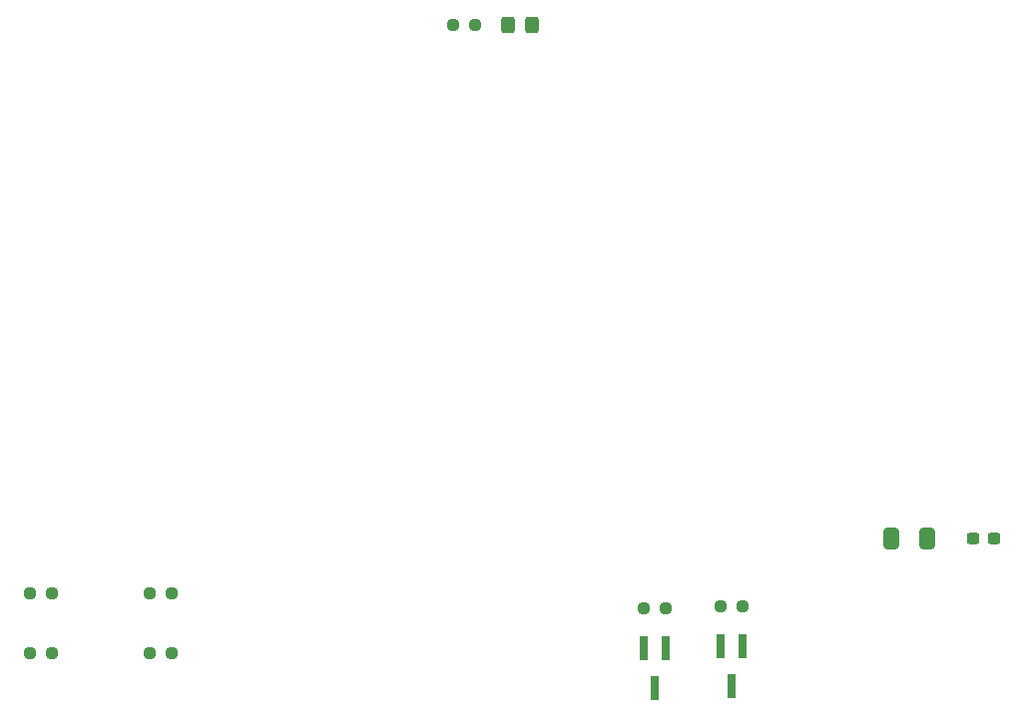
<source format=gbr>
%TF.GenerationSoftware,KiCad,Pcbnew,(6.0.1)*%
%TF.CreationDate,2022-02-12T14:44:04-06:00*%
%TF.ProjectId,sawsetter_main,73617773-6574-4746-9572-5f6d61696e2e,rev?*%
%TF.SameCoordinates,Original*%
%TF.FileFunction,Paste,Top*%
%TF.FilePolarity,Positive*%
%FSLAX46Y46*%
G04 Gerber Fmt 4.6, Leading zero omitted, Abs format (unit mm)*
G04 Created by KiCad (PCBNEW (6.0.1)) date 2022-02-12 14:44:04*
%MOMM*%
%LPD*%
G01*
G04 APERTURE LIST*
G04 Aperture macros list*
%AMRoundRect*
0 Rectangle with rounded corners*
0 $1 Rounding radius*
0 $2 $3 $4 $5 $6 $7 $8 $9 X,Y pos of 4 corners*
0 Add a 4 corners polygon primitive as box body*
4,1,4,$2,$3,$4,$5,$6,$7,$8,$9,$2,$3,0*
0 Add four circle primitives for the rounded corners*
1,1,$1+$1,$2,$3*
1,1,$1+$1,$4,$5*
1,1,$1+$1,$6,$7*
1,1,$1+$1,$8,$9*
0 Add four rect primitives between the rounded corners*
20,1,$1+$1,$2,$3,$4,$5,0*
20,1,$1+$1,$4,$5,$6,$7,0*
20,1,$1+$1,$6,$7,$8,$9,0*
20,1,$1+$1,$8,$9,$2,$3,0*%
G04 Aperture macros list end*
%ADD10RoundRect,0.237500X-0.250000X-0.237500X0.250000X-0.237500X0.250000X0.237500X-0.250000X0.237500X0*%
%ADD11RoundRect,0.250000X-0.325000X-0.450000X0.325000X-0.450000X0.325000X0.450000X-0.325000X0.450000X0*%
%ADD12R,0.650000X2.000000*%
%ADD13RoundRect,0.237500X0.250000X0.237500X-0.250000X0.237500X-0.250000X-0.237500X0.250000X-0.237500X0*%
%ADD14RoundRect,0.237500X0.300000X0.237500X-0.300000X0.237500X-0.300000X-0.237500X0.300000X-0.237500X0*%
%ADD15RoundRect,0.250000X-0.412500X-0.650000X0.412500X-0.650000X0.412500X0.650000X-0.412500X0.650000X0*%
G04 APERTURE END LIST*
D10*
%TO.C,R6*%
X40997500Y-105410000D03*
X42822500Y-105410000D03*
%TD*%
D11*
%TO.C,D1*%
X71365000Y-52070000D03*
X73415000Y-52070000D03*
%TD*%
D12*
%TO.C,Q1*%
X84770000Y-104970000D03*
X82870000Y-104970000D03*
X83820000Y-108390000D03*
%TD*%
%TO.C,Q2*%
X91295000Y-104805000D03*
X89395000Y-104805000D03*
X90345000Y-108225000D03*
%TD*%
D10*
%TO.C,R4*%
X30837500Y-105410000D03*
X32662500Y-105410000D03*
%TD*%
D13*
%TO.C,R2*%
X91257500Y-101435000D03*
X89432500Y-101435000D03*
%TD*%
%TO.C,R1*%
X84732500Y-101600000D03*
X82907500Y-101600000D03*
%TD*%
D14*
%TO.C,C2*%
X112580000Y-95705000D03*
X110855000Y-95705000D03*
%TD*%
D13*
%TO.C,R5*%
X42822500Y-100330000D03*
X40997500Y-100330000D03*
%TD*%
%TO.C,R7*%
X68580000Y-52070000D03*
X66755000Y-52070000D03*
%TD*%
%TO.C,R3*%
X32662500Y-100330000D03*
X30837500Y-100330000D03*
%TD*%
D15*
%TO.C,C1*%
X103847500Y-95705000D03*
X106972500Y-95705000D03*
%TD*%
M02*

</source>
